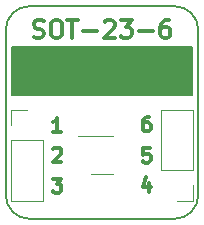
<source format=gbr>
G04 #@! TF.GenerationSoftware,KiCad,Pcbnew,5.1.4-e60b266~84~ubuntu19.04.1*
G04 #@! TF.CreationDate,2019-08-10T10:38:40+03:00*
G04 #@! TF.ProjectId,BRK-SOT-23-6,42524b2d-534f-4542-9d32-332d362e6b69,v1.1*
G04 #@! TF.SameCoordinates,Original*
G04 #@! TF.FileFunction,Legend,Top*
G04 #@! TF.FilePolarity,Positive*
%FSLAX46Y46*%
G04 Gerber Fmt 4.6, Leading zero omitted, Abs format (unit mm)*
G04 Created by KiCad (PCBNEW 5.1.4-e60b266~84~ubuntu19.04.1) date 2019-08-10 10:38:40*
%MOMM*%
%LPD*%
G04 APERTURE LIST*
%ADD10C,0.150000*%
%ADD11C,0.300000*%
%ADD12C,0.120000*%
G04 APERTURE END LIST*
D10*
X53000000Y-68000000D02*
G75*
G02X51000000Y-66000000I0J2000000D01*
G01*
X67300000Y-66000000D02*
G75*
G02X65300000Y-68000000I-2000000J0D01*
G01*
X65300000Y-50000000D02*
G75*
G02X67300000Y-52000000I0J-2000000D01*
G01*
X51000000Y-52000000D02*
G75*
G02X53000000Y-50000000I2000000J0D01*
G01*
D11*
X63162142Y-64942857D02*
X63162142Y-65742857D01*
X62876428Y-64485714D02*
X62590714Y-65342857D01*
X63333571Y-65342857D01*
X63219285Y-62042857D02*
X62647857Y-62042857D01*
X62590714Y-62614285D01*
X62647857Y-62557142D01*
X62762142Y-62500000D01*
X63047857Y-62500000D01*
X63162142Y-62557142D01*
X63219285Y-62614285D01*
X63276428Y-62728571D01*
X63276428Y-63014285D01*
X63219285Y-63128571D01*
X63162142Y-63185714D01*
X63047857Y-63242857D01*
X62762142Y-63242857D01*
X62647857Y-63185714D01*
X62590714Y-63128571D01*
X63162142Y-59392857D02*
X62933571Y-59392857D01*
X62819285Y-59450000D01*
X62762142Y-59507142D01*
X62647857Y-59678571D01*
X62590714Y-59907142D01*
X62590714Y-60364285D01*
X62647857Y-60478571D01*
X62705000Y-60535714D01*
X62819285Y-60592857D01*
X63047857Y-60592857D01*
X63162142Y-60535714D01*
X63219285Y-60478571D01*
X63276428Y-60364285D01*
X63276428Y-60078571D01*
X63219285Y-59964285D01*
X63162142Y-59907142D01*
X63047857Y-59850000D01*
X62819285Y-59850000D01*
X62705000Y-59907142D01*
X62647857Y-59964285D01*
X62590714Y-60078571D01*
X54966428Y-64592857D02*
X55709285Y-64592857D01*
X55309285Y-65050000D01*
X55480714Y-65050000D01*
X55595000Y-65107142D01*
X55652142Y-65164285D01*
X55709285Y-65278571D01*
X55709285Y-65564285D01*
X55652142Y-65678571D01*
X55595000Y-65735714D01*
X55480714Y-65792857D01*
X55137857Y-65792857D01*
X55023571Y-65735714D01*
X54966428Y-65678571D01*
X55023571Y-62107142D02*
X55080714Y-62050000D01*
X55195000Y-61992857D01*
X55480714Y-61992857D01*
X55595000Y-62050000D01*
X55652142Y-62107142D01*
X55709285Y-62221428D01*
X55709285Y-62335714D01*
X55652142Y-62507142D01*
X54966428Y-63192857D01*
X55709285Y-63192857D01*
X55709285Y-60642857D02*
X55023571Y-60642857D01*
X55366428Y-60642857D02*
X55366428Y-59442857D01*
X55252142Y-59614285D01*
X55137857Y-59728571D01*
X55023571Y-59785714D01*
D10*
X65300000Y-68000000D02*
X53000000Y-68000000D01*
G36*
X66800000Y-57500000D02*
G01*
X51500000Y-57500000D01*
X51500000Y-53500000D01*
X66800000Y-53500000D01*
X66800000Y-57500000D01*
G37*
X66800000Y-57500000D02*
X51500000Y-57500000D01*
X51500000Y-53500000D01*
X66800000Y-53500000D01*
X66800000Y-57500000D01*
X67300000Y-52000000D02*
X67300000Y-66000000D01*
D11*
X53364285Y-52607142D02*
X53578571Y-52678571D01*
X53935714Y-52678571D01*
X54078571Y-52607142D01*
X54150000Y-52535714D01*
X54221428Y-52392857D01*
X54221428Y-52250000D01*
X54150000Y-52107142D01*
X54078571Y-52035714D01*
X53935714Y-51964285D01*
X53650000Y-51892857D01*
X53507142Y-51821428D01*
X53435714Y-51750000D01*
X53364285Y-51607142D01*
X53364285Y-51464285D01*
X53435714Y-51321428D01*
X53507142Y-51250000D01*
X53650000Y-51178571D01*
X54007142Y-51178571D01*
X54221428Y-51250000D01*
X55150000Y-51178571D02*
X55435714Y-51178571D01*
X55578571Y-51250000D01*
X55721428Y-51392857D01*
X55792857Y-51678571D01*
X55792857Y-52178571D01*
X55721428Y-52464285D01*
X55578571Y-52607142D01*
X55435714Y-52678571D01*
X55150000Y-52678571D01*
X55007142Y-52607142D01*
X54864285Y-52464285D01*
X54792857Y-52178571D01*
X54792857Y-51678571D01*
X54864285Y-51392857D01*
X55007142Y-51250000D01*
X55150000Y-51178571D01*
X56221428Y-51178571D02*
X57078571Y-51178571D01*
X56650000Y-52678571D02*
X56650000Y-51178571D01*
X57578571Y-52107142D02*
X58721428Y-52107142D01*
X59364285Y-51321428D02*
X59435714Y-51250000D01*
X59578571Y-51178571D01*
X59935714Y-51178571D01*
X60078571Y-51250000D01*
X60150000Y-51321428D01*
X60221428Y-51464285D01*
X60221428Y-51607142D01*
X60150000Y-51821428D01*
X59292857Y-52678571D01*
X60221428Y-52678571D01*
X60721428Y-51178571D02*
X61650000Y-51178571D01*
X61150000Y-51750000D01*
X61364285Y-51750000D01*
X61507142Y-51821428D01*
X61578571Y-51892857D01*
X61650000Y-52035714D01*
X61650000Y-52392857D01*
X61578571Y-52535714D01*
X61507142Y-52607142D01*
X61364285Y-52678571D01*
X60935714Y-52678571D01*
X60792857Y-52607142D01*
X60721428Y-52535714D01*
X62292857Y-52107142D02*
X63435714Y-52107142D01*
X64792857Y-51178571D02*
X64507142Y-51178571D01*
X64364285Y-51250000D01*
X64292857Y-51321428D01*
X64150000Y-51535714D01*
X64078571Y-51821428D01*
X64078571Y-52392857D01*
X64150000Y-52535714D01*
X64221428Y-52607142D01*
X64364285Y-52678571D01*
X64650000Y-52678571D01*
X64792857Y-52607142D01*
X64864285Y-52535714D01*
X64935714Y-52392857D01*
X64935714Y-52035714D01*
X64864285Y-51892857D01*
X64792857Y-51821428D01*
X64650000Y-51750000D01*
X64364285Y-51750000D01*
X64221428Y-51821428D01*
X64150000Y-51892857D01*
X64078571Y-52035714D01*
D10*
X53000000Y-50000000D02*
X65300000Y-50000000D01*
X51000000Y-66000000D02*
X51000000Y-52000000D01*
D12*
X60050000Y-60990000D02*
X57100000Y-60990000D01*
X58250000Y-64210000D02*
X60050000Y-64210000D01*
X66830000Y-66510000D02*
X65500000Y-66510000D01*
X66830000Y-65180000D02*
X66830000Y-66510000D01*
X66830000Y-63910000D02*
X64170000Y-63910000D01*
X64170000Y-63910000D02*
X64170000Y-58770000D01*
X66830000Y-63910000D02*
X66830000Y-58770000D01*
X66830000Y-58770000D02*
X64170000Y-58770000D01*
X51470000Y-58770000D02*
X52800000Y-58770000D01*
X51470000Y-60100000D02*
X51470000Y-58770000D01*
X51470000Y-61370000D02*
X54130000Y-61370000D01*
X54130000Y-61370000D02*
X54130000Y-66510000D01*
X51470000Y-61370000D02*
X51470000Y-66510000D01*
X51470000Y-66510000D02*
X54130000Y-66510000D01*
M02*

</source>
